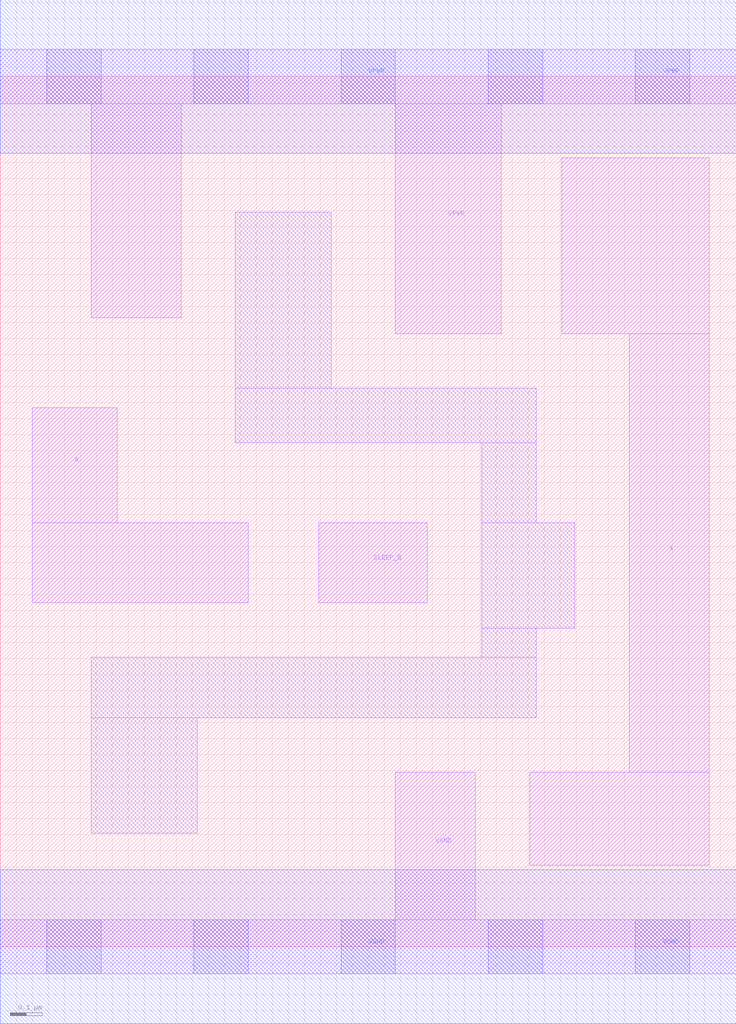
<source format=lef>
# Copyright 2020 The SkyWater PDK Authors
#
# Licensed under the Apache License, Version 2.0 (the "License");
# you may not use this file except in compliance with the License.
# You may obtain a copy of the License at
#
#     https://www.apache.org/licenses/LICENSE-2.0
#
# Unless required by applicable law or agreed to in writing, software
# distributed under the License is distributed on an "AS IS" BASIS,
# WITHOUT WARRANTIES OR CONDITIONS OF ANY KIND, either express or implied.
# See the License for the specific language governing permissions and
# limitations under the License.
#
# SPDX-License-Identifier: Apache-2.0

VERSION 5.7 ;
  NAMESCASESENSITIVE ON ;
  NOWIREEXTENSIONATPIN ON ;
  DIVIDERCHAR "/" ;
  BUSBITCHARS "[]" ;
UNITS
  DATABASE MICRONS 200 ;
END UNITS
MACRO sky130_fd_sc_hd__lpflow_inputiso0n_1
  CLASS CORE ;
  SOURCE USER ;
  FOREIGN sky130_fd_sc_hd__lpflow_inputiso0n_1 ;
  ORIGIN  0.000000  0.000000 ;
  SIZE  2.300000 BY  2.720000 ;
  SYMMETRY X Y R90 ;
  SITE unithd ;
  PIN A
    ANTENNAGATEAREA  0.126000 ;
    DIRECTION INPUT ;
    USE SIGNAL ;
    PORT
      LAYER li1 ;
        RECT 0.100000 1.075000 0.775000 1.325000 ;
        RECT 0.100000 1.325000 0.365000 1.685000 ;
    END
  END A
  PIN SLEEP_B
    ANTENNAGATEAREA  0.126000 ;
    DIRECTION INPUT ;
    USE SIGNAL ;
    PORT
      LAYER li1 ;
        RECT 0.995000 1.075000 1.335000 1.325000 ;
    END
  END SLEEP_B
  PIN X
    ANTENNADIFFAREA  0.657000 ;
    DIRECTION OUTPUT ;
    USE SIGNAL ;
    PORT
      LAYER li1 ;
        RECT 1.655000 0.255000 2.215000 0.545000 ;
        RECT 1.755000 1.915000 2.215000 2.465000 ;
        RECT 1.965000 0.545000 2.215000 1.915000 ;
    END
  END X
  PIN VGND
    DIRECTION INOUT ;
    SHAPE ABUTMENT ;
    USE GROUND ;
    PORT
      LAYER li1 ;
        RECT 0.000000 -0.085000 2.300000 0.085000 ;
        RECT 1.235000  0.085000 1.485000 0.545000 ;
      LAYER mcon ;
        RECT 0.145000 -0.085000 0.315000 0.085000 ;
        RECT 0.605000 -0.085000 0.775000 0.085000 ;
        RECT 1.065000 -0.085000 1.235000 0.085000 ;
        RECT 1.525000 -0.085000 1.695000 0.085000 ;
        RECT 1.985000 -0.085000 2.155000 0.085000 ;
      LAYER met1 ;
        RECT 0.000000 -0.240000 2.300000 0.240000 ;
    END
  END VGND
  PIN VPWR
    DIRECTION INOUT ;
    SHAPE ABUTMENT ;
    USE POWER ;
    PORT
      LAYER li1 ;
        RECT 0.000000 2.635000 2.300000 2.805000 ;
        RECT 0.285000 1.965000 0.565000 2.635000 ;
        RECT 1.235000 1.915000 1.565000 2.635000 ;
      LAYER mcon ;
        RECT 0.145000 2.635000 0.315000 2.805000 ;
        RECT 0.605000 2.635000 0.775000 2.805000 ;
        RECT 1.065000 2.635000 1.235000 2.805000 ;
        RECT 1.525000 2.635000 1.695000 2.805000 ;
        RECT 1.985000 2.635000 2.155000 2.805000 ;
      LAYER met1 ;
        RECT 0.000000 2.480000 2.300000 2.960000 ;
    END
  END VPWR
  OBS
    LAYER li1 ;
      RECT 0.285000 0.355000 0.615000 0.715000 ;
      RECT 0.285000 0.715000 1.675000 0.905000 ;
      RECT 0.735000 1.575000 1.675000 1.745000 ;
      RECT 0.735000 1.745000 1.035000 2.295000 ;
      RECT 1.505000 0.905000 1.675000 0.995000 ;
      RECT 1.505000 0.995000 1.795000 1.325000 ;
      RECT 1.505000 1.325000 1.675000 1.575000 ;
  END
END sky130_fd_sc_hd__lpflow_inputiso0n_1

</source>
